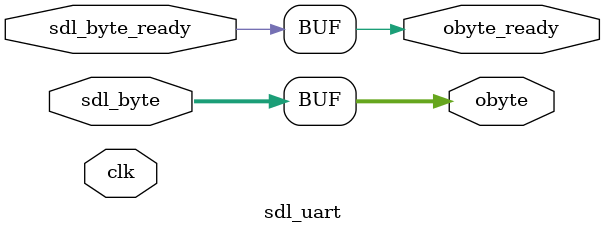
<source format=sv>
module sdl_uart(clk, obyte_ready, obyte, sdl_byte, sdl_byte_ready);
   input clk;
   output obyte_ready;
   output [7:0] obyte;
   input  [7:0] sdl_byte;
   input sdl_byte_ready;


   assign obyte_ready = sdl_byte_ready;
   assign obyte = sdl_byte;

endmodule
</source>
